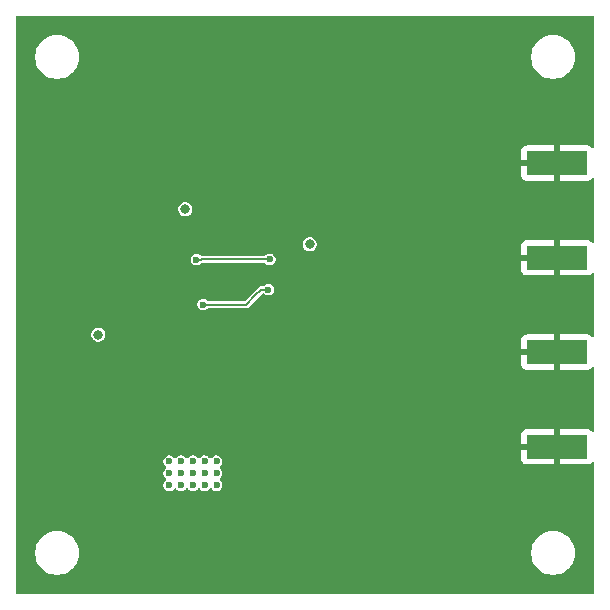
<source format=gbl>
G04 #@! TF.GenerationSoftware,KiCad,Pcbnew,9.0.1*
G04 #@! TF.CreationDate,2025-06-27T23:51:54+02:00*
G04 #@! TF.ProjectId,NPI,4e50492e-6b69-4636-9164-5f7063625858,rev?*
G04 #@! TF.SameCoordinates,Original*
G04 #@! TF.FileFunction,Copper,L6,Bot*
G04 #@! TF.FilePolarity,Positive*
%FSLAX46Y46*%
G04 Gerber Fmt 4.6, Leading zero omitted, Abs format (unit mm)*
G04 Created by KiCad (PCBNEW 9.0.1) date 2025-06-27 23:51:54*
%MOMM*%
%LPD*%
G01*
G04 APERTURE LIST*
G04 #@! TA.AperFunction,SMDPad,CuDef*
%ADD10R,5.080000X2.000000*%
G04 #@! TD*
G04 #@! TA.AperFunction,ViaPad*
%ADD11C,0.600000*%
G04 #@! TD*
G04 #@! TA.AperFunction,ViaPad*
%ADD12C,0.800000*%
G04 #@! TD*
G04 #@! TA.AperFunction,Conductor*
%ADD13C,0.203200*%
G04 #@! TD*
G04 APERTURE END LIST*
D10*
X83337500Y-113000000D03*
X83337500Y-105000000D03*
X83337500Y-121000000D03*
X83337500Y-129000000D03*
D11*
X86000000Y-131000000D03*
X86000000Y-99000000D03*
X86000000Y-100000000D03*
X86000000Y-101000000D03*
X86000000Y-102000000D03*
X86000000Y-103000000D03*
X86000000Y-115000000D03*
X86000000Y-116000000D03*
X86000000Y-117000000D03*
X86000000Y-118000000D03*
X86000000Y-119000000D03*
X86000000Y-132000000D03*
X86000000Y-133000000D03*
X86000000Y-134000000D03*
X86000000Y-135000000D03*
X80000000Y-141000000D03*
X79000000Y-141000000D03*
X75000000Y-141000000D03*
X76000000Y-141000000D03*
X78000000Y-141000000D03*
X77000000Y-141000000D03*
X73000000Y-141000000D03*
X74000000Y-141000000D03*
X72000000Y-141000000D03*
X68000000Y-141000000D03*
X69000000Y-141000000D03*
X71000000Y-141000000D03*
X70000000Y-141000000D03*
X66000000Y-141000000D03*
X67000000Y-141000000D03*
X65000000Y-141000000D03*
X61000000Y-141000000D03*
X62000000Y-141000000D03*
X64000000Y-141000000D03*
X63000000Y-141000000D03*
X59000000Y-141000000D03*
X60000000Y-141000000D03*
X58000000Y-141000000D03*
X54000000Y-141000000D03*
X55000000Y-141000000D03*
X57000000Y-141000000D03*
X56000000Y-141000000D03*
X52000000Y-141000000D03*
X53000000Y-141000000D03*
X51000000Y-141000000D03*
X50000000Y-141000000D03*
X49000000Y-141000000D03*
X48000000Y-141000000D03*
X47000000Y-141000000D03*
X46000000Y-141000000D03*
X45000000Y-141000000D03*
X44000000Y-141000000D03*
X38000000Y-135000000D03*
X38000000Y-134000000D03*
X38000000Y-133000000D03*
X38000000Y-123000000D03*
X38000000Y-126000000D03*
X38000000Y-124000000D03*
X38000000Y-128000000D03*
X38000000Y-129000000D03*
X38000000Y-127000000D03*
X38000000Y-101000000D03*
X38000000Y-125000000D03*
X38000000Y-132000000D03*
X38000000Y-104000000D03*
X38000000Y-99000000D03*
X38000000Y-100000000D03*
X38000000Y-102000000D03*
X38000000Y-131000000D03*
X38000000Y-122000000D03*
X38000000Y-130000000D03*
X38000000Y-103000000D03*
X38000000Y-112000000D03*
X38000000Y-115000000D03*
X38000000Y-111000000D03*
X38000000Y-113000000D03*
X38000000Y-114000000D03*
X38000000Y-121000000D03*
X38000000Y-106000000D03*
X38000000Y-120000000D03*
X38000000Y-118000000D03*
X38000000Y-110000000D03*
X38000000Y-108000000D03*
X38000000Y-109000000D03*
X38000000Y-107000000D03*
X38000000Y-105000000D03*
X38000000Y-116000000D03*
X38000000Y-117000000D03*
X38000000Y-119000000D03*
X44000000Y-93000000D03*
X45000000Y-93000000D03*
X46000000Y-93000000D03*
X56000000Y-93000000D03*
X53000000Y-93000000D03*
X57000000Y-93000000D03*
X55000000Y-93000000D03*
X54000000Y-93000000D03*
X51000000Y-93000000D03*
X47000000Y-93000000D03*
X49000000Y-93000000D03*
X48000000Y-93000000D03*
X50000000Y-93000000D03*
X52000000Y-93000000D03*
X67000000Y-93000000D03*
X64000000Y-93000000D03*
X68000000Y-93000000D03*
X66000000Y-93000000D03*
X65000000Y-93000000D03*
X62000000Y-93000000D03*
X58000000Y-93000000D03*
X60000000Y-93000000D03*
X59000000Y-93000000D03*
X61000000Y-93000000D03*
X63000000Y-93000000D03*
X69000000Y-93000000D03*
X71000000Y-93000000D03*
X70000000Y-93000000D03*
X72000000Y-93000000D03*
X74000000Y-93000000D03*
X73000000Y-93000000D03*
X75000000Y-93000000D03*
X77000000Y-93000000D03*
X76000000Y-93000000D03*
X78000000Y-93000000D03*
X79000000Y-93000000D03*
X80000000Y-93000000D03*
D12*
X51850000Y-108900000D03*
X62400000Y-111875000D03*
X44500000Y-119525000D03*
D11*
X79500000Y-127000000D03*
X79500000Y-128000000D03*
X78500000Y-128000000D03*
X77500000Y-128000000D03*
X76500000Y-128000000D03*
X75500000Y-128000000D03*
X74500000Y-128000000D03*
X73500000Y-128000000D03*
X72500000Y-128000000D03*
X71500000Y-128000000D03*
X70500000Y-128000000D03*
X70500000Y-127000000D03*
X70500000Y-126000000D03*
X70500000Y-125000000D03*
X70500000Y-124000000D03*
X70500000Y-123000000D03*
X69500000Y-123000000D03*
X68500000Y-123000000D03*
X63500000Y-123000000D03*
X67500000Y-123000000D03*
X66500000Y-123000000D03*
X65500000Y-123000000D03*
X64500000Y-123000000D03*
X63500000Y-122000000D03*
X63500000Y-121000000D03*
X63500000Y-120000000D03*
X63500000Y-119000000D03*
X79500000Y-123000000D03*
X79500000Y-122000000D03*
X79500000Y-121000000D03*
X79500000Y-120000000D03*
X79500000Y-119000000D03*
X79500000Y-118000000D03*
X79500000Y-117000000D03*
X79500000Y-116000000D03*
X79500000Y-115000000D03*
X79500000Y-114000000D03*
X79500000Y-113000000D03*
X79500000Y-112000000D03*
X79500000Y-111000000D03*
X79500000Y-106500000D03*
X79500000Y-105500000D03*
X78500000Y-105500000D03*
X77500000Y-105500000D03*
X76500000Y-105500000D03*
X75500000Y-105500000D03*
X74500000Y-105500000D03*
X73500000Y-105500000D03*
X72500000Y-105500000D03*
X71500000Y-105500000D03*
X70500000Y-105500000D03*
X69500000Y-105500000D03*
X68500000Y-105500000D03*
X67500000Y-105500000D03*
X66500000Y-105500000D03*
X65500000Y-105500000D03*
X64500000Y-105500000D03*
X63500000Y-106000000D03*
X63500000Y-107000000D03*
X63500000Y-108000000D03*
X63500000Y-109000000D03*
X63500000Y-110000000D03*
X63500000Y-111000000D03*
X63500000Y-112000000D03*
X63500000Y-113000000D03*
X59000000Y-113150000D03*
X52800000Y-113160000D03*
X58900000Y-115700000D03*
X53370000Y-116970000D03*
X54500000Y-132250000D03*
X53500000Y-132250000D03*
X52500000Y-132250000D03*
X51500000Y-132250000D03*
X50500000Y-132250000D03*
X50500000Y-131250000D03*
X51500000Y-131250000D03*
X52500000Y-131250000D03*
X53500000Y-131250000D03*
X54500000Y-131250000D03*
X54500000Y-130250000D03*
X53500000Y-130250000D03*
X52500000Y-130250000D03*
X51500000Y-130250000D03*
X50500000Y-130250000D03*
D13*
X53170000Y-113150000D02*
X59000000Y-113150000D01*
X53160000Y-113160000D02*
X53170000Y-113150000D01*
X52800000Y-113160000D02*
X53160000Y-113160000D01*
X58300000Y-115700000D02*
X58900000Y-115700000D01*
X57800000Y-116200000D02*
X58300000Y-115700000D01*
X57030000Y-116970000D02*
X57800000Y-116200000D01*
X53370000Y-116970000D02*
X57030000Y-116970000D01*
G04 #@! TA.AperFunction,Conductor*
G36*
X86442539Y-92520185D02*
G01*
X86488294Y-92572989D01*
X86499500Y-92624500D01*
X86499500Y-103623996D01*
X86479815Y-103691035D01*
X86427011Y-103736790D01*
X86357853Y-103746734D01*
X86294297Y-103717709D01*
X86276234Y-103698307D01*
X86234690Y-103642812D01*
X86234687Y-103642809D01*
X86119593Y-103556649D01*
X86119586Y-103556645D01*
X85984879Y-103506403D01*
X85984872Y-103506401D01*
X85925344Y-103500000D01*
X83587500Y-103500000D01*
X83587500Y-106500000D01*
X85925328Y-106500000D01*
X85925344Y-106499999D01*
X85984872Y-106493598D01*
X85984879Y-106493596D01*
X86119586Y-106443354D01*
X86119593Y-106443350D01*
X86234686Y-106357191D01*
X86276233Y-106301692D01*
X86332167Y-106259821D01*
X86401858Y-106254837D01*
X86463181Y-106288322D01*
X86496666Y-106349645D01*
X86499500Y-106376003D01*
X86499500Y-111623996D01*
X86479815Y-111691035D01*
X86427011Y-111736790D01*
X86357853Y-111746734D01*
X86294297Y-111717709D01*
X86276234Y-111698307D01*
X86234690Y-111642812D01*
X86234687Y-111642809D01*
X86119593Y-111556649D01*
X86119586Y-111556645D01*
X85984879Y-111506403D01*
X85984872Y-111506401D01*
X85925344Y-111500000D01*
X83587500Y-111500000D01*
X83587500Y-114500000D01*
X85925328Y-114500000D01*
X85925344Y-114499999D01*
X85984872Y-114493598D01*
X85984879Y-114493596D01*
X86119586Y-114443354D01*
X86119593Y-114443350D01*
X86234686Y-114357191D01*
X86276233Y-114301692D01*
X86332167Y-114259821D01*
X86401858Y-114254837D01*
X86463181Y-114288322D01*
X86496666Y-114349645D01*
X86499500Y-114376003D01*
X86499500Y-119623996D01*
X86479815Y-119691035D01*
X86427011Y-119736790D01*
X86357853Y-119746734D01*
X86294297Y-119717709D01*
X86276234Y-119698307D01*
X86234690Y-119642812D01*
X86234687Y-119642809D01*
X86119593Y-119556649D01*
X86119586Y-119556645D01*
X85984879Y-119506403D01*
X85984872Y-119506401D01*
X85925344Y-119500000D01*
X83587500Y-119500000D01*
X83587500Y-122500000D01*
X85925328Y-122500000D01*
X85925344Y-122499999D01*
X85984872Y-122493598D01*
X85984879Y-122493596D01*
X86119586Y-122443354D01*
X86119593Y-122443350D01*
X86234686Y-122357191D01*
X86276233Y-122301692D01*
X86332167Y-122259821D01*
X86401858Y-122254837D01*
X86463181Y-122288322D01*
X86496666Y-122349645D01*
X86499500Y-122376003D01*
X86499500Y-127623996D01*
X86479815Y-127691035D01*
X86427011Y-127736790D01*
X86357853Y-127746734D01*
X86294297Y-127717709D01*
X86276234Y-127698307D01*
X86234690Y-127642812D01*
X86234687Y-127642809D01*
X86119593Y-127556649D01*
X86119586Y-127556645D01*
X85984879Y-127506403D01*
X85984872Y-127506401D01*
X85925344Y-127500000D01*
X83587500Y-127500000D01*
X83587500Y-130500000D01*
X85925328Y-130500000D01*
X85925344Y-130499999D01*
X85984872Y-130493598D01*
X85984879Y-130493596D01*
X86119586Y-130443354D01*
X86119593Y-130443350D01*
X86234686Y-130357191D01*
X86276233Y-130301692D01*
X86332167Y-130259821D01*
X86401858Y-130254837D01*
X86463181Y-130288322D01*
X86496666Y-130349645D01*
X86499500Y-130376003D01*
X86499500Y-141375500D01*
X86479815Y-141442539D01*
X86427011Y-141488294D01*
X86375500Y-141499500D01*
X37624500Y-141499500D01*
X37557461Y-141479815D01*
X37511706Y-141427011D01*
X37500500Y-141375500D01*
X37500500Y-137878711D01*
X39149500Y-137878711D01*
X39149500Y-138121288D01*
X39181161Y-138361785D01*
X39243947Y-138596104D01*
X39336773Y-138820205D01*
X39336776Y-138820212D01*
X39458064Y-139030289D01*
X39458066Y-139030292D01*
X39458067Y-139030293D01*
X39605733Y-139222736D01*
X39605739Y-139222743D01*
X39777256Y-139394260D01*
X39777262Y-139394265D01*
X39969711Y-139541936D01*
X40179788Y-139663224D01*
X40403900Y-139756054D01*
X40638211Y-139818838D01*
X40818586Y-139842584D01*
X40878711Y-139850500D01*
X40878712Y-139850500D01*
X41121289Y-139850500D01*
X41169388Y-139844167D01*
X41361789Y-139818838D01*
X41596100Y-139756054D01*
X41820212Y-139663224D01*
X42030289Y-139541936D01*
X42222738Y-139394265D01*
X42394265Y-139222738D01*
X42541936Y-139030289D01*
X42663224Y-138820212D01*
X42756054Y-138596100D01*
X42818838Y-138361789D01*
X42850500Y-138121288D01*
X42850500Y-137878712D01*
X42850500Y-137878711D01*
X81149500Y-137878711D01*
X81149500Y-138121288D01*
X81181161Y-138361785D01*
X81243947Y-138596104D01*
X81336773Y-138820205D01*
X81336776Y-138820212D01*
X81458064Y-139030289D01*
X81458066Y-139030292D01*
X81458067Y-139030293D01*
X81605733Y-139222736D01*
X81605739Y-139222743D01*
X81777256Y-139394260D01*
X81777262Y-139394265D01*
X81969711Y-139541936D01*
X82179788Y-139663224D01*
X82403900Y-139756054D01*
X82638211Y-139818838D01*
X82818586Y-139842584D01*
X82878711Y-139850500D01*
X82878712Y-139850500D01*
X83121289Y-139850500D01*
X83169388Y-139844167D01*
X83361789Y-139818838D01*
X83596100Y-139756054D01*
X83820212Y-139663224D01*
X84030289Y-139541936D01*
X84222738Y-139394265D01*
X84394265Y-139222738D01*
X84541936Y-139030289D01*
X84663224Y-138820212D01*
X84756054Y-138596100D01*
X84818838Y-138361789D01*
X84850500Y-138121288D01*
X84850500Y-137878712D01*
X84818838Y-137638211D01*
X84756054Y-137403900D01*
X84663224Y-137179788D01*
X84541936Y-136969711D01*
X84394265Y-136777262D01*
X84394260Y-136777256D01*
X84222743Y-136605739D01*
X84222736Y-136605733D01*
X84030293Y-136458067D01*
X84030292Y-136458066D01*
X84030289Y-136458064D01*
X83820212Y-136336776D01*
X83820205Y-136336773D01*
X83596104Y-136243947D01*
X83361785Y-136181161D01*
X83121289Y-136149500D01*
X83121288Y-136149500D01*
X82878712Y-136149500D01*
X82878711Y-136149500D01*
X82638214Y-136181161D01*
X82403895Y-136243947D01*
X82179794Y-136336773D01*
X82179785Y-136336777D01*
X81969706Y-136458067D01*
X81777263Y-136605733D01*
X81777256Y-136605739D01*
X81605739Y-136777256D01*
X81605733Y-136777263D01*
X81458067Y-136969706D01*
X81336777Y-137179785D01*
X81336773Y-137179794D01*
X81243947Y-137403895D01*
X81181161Y-137638214D01*
X81149500Y-137878711D01*
X42850500Y-137878711D01*
X42818838Y-137638211D01*
X42756054Y-137403900D01*
X42663224Y-137179788D01*
X42541936Y-136969711D01*
X42394265Y-136777262D01*
X42394260Y-136777256D01*
X42222743Y-136605739D01*
X42222736Y-136605733D01*
X42030293Y-136458067D01*
X42030292Y-136458066D01*
X42030289Y-136458064D01*
X41820212Y-136336776D01*
X41820205Y-136336773D01*
X41596104Y-136243947D01*
X41361785Y-136181161D01*
X41121289Y-136149500D01*
X41121288Y-136149500D01*
X40878712Y-136149500D01*
X40878711Y-136149500D01*
X40638214Y-136181161D01*
X40403895Y-136243947D01*
X40179794Y-136336773D01*
X40179785Y-136336777D01*
X39969706Y-136458067D01*
X39777263Y-136605733D01*
X39777256Y-136605739D01*
X39605739Y-136777256D01*
X39605733Y-136777263D01*
X39458067Y-136969706D01*
X39336777Y-137179785D01*
X39336773Y-137179794D01*
X39243947Y-137403895D01*
X39181161Y-137638214D01*
X39149500Y-137878711D01*
X37500500Y-137878711D01*
X37500500Y-130184108D01*
X49999500Y-130184108D01*
X49999500Y-130315891D01*
X50033608Y-130443187D01*
X50062712Y-130493596D01*
X50099500Y-130557314D01*
X50099502Y-130557316D01*
X50192687Y-130650501D01*
X50194158Y-130651630D01*
X50195083Y-130652897D01*
X50198433Y-130656247D01*
X50197910Y-130656769D01*
X50235356Y-130708060D01*
X50239506Y-130777807D01*
X50205289Y-130838725D01*
X50194158Y-130848370D01*
X50192687Y-130849498D01*
X50099502Y-130942683D01*
X50099500Y-130942686D01*
X50033608Y-131056812D01*
X49999500Y-131184108D01*
X49999500Y-131315891D01*
X50033608Y-131443187D01*
X50066554Y-131500250D01*
X50099500Y-131557314D01*
X50099502Y-131557316D01*
X50192687Y-131650501D01*
X50194158Y-131651630D01*
X50195083Y-131652897D01*
X50198433Y-131656247D01*
X50197910Y-131656769D01*
X50235356Y-131708060D01*
X50239506Y-131777807D01*
X50205289Y-131838725D01*
X50194158Y-131848370D01*
X50192687Y-131849498D01*
X50099502Y-131942683D01*
X50099500Y-131942686D01*
X50033608Y-132056812D01*
X49999500Y-132184108D01*
X49999500Y-132315891D01*
X50033608Y-132443187D01*
X50066554Y-132500250D01*
X50099500Y-132557314D01*
X50192686Y-132650500D01*
X50306814Y-132716392D01*
X50434108Y-132750500D01*
X50434110Y-132750500D01*
X50565890Y-132750500D01*
X50565892Y-132750500D01*
X50693186Y-132716392D01*
X50807314Y-132650500D01*
X50900500Y-132557314D01*
X50900504Y-132557306D01*
X50901625Y-132555847D01*
X50902892Y-132554921D01*
X50906247Y-132551567D01*
X50906770Y-132552090D01*
X50958053Y-132514645D01*
X51027799Y-132510491D01*
X51088719Y-132544704D01*
X51098375Y-132555847D01*
X51099498Y-132557311D01*
X51099500Y-132557314D01*
X51192686Y-132650500D01*
X51306814Y-132716392D01*
X51434108Y-132750500D01*
X51434110Y-132750500D01*
X51565890Y-132750500D01*
X51565892Y-132750500D01*
X51693186Y-132716392D01*
X51807314Y-132650500D01*
X51900500Y-132557314D01*
X51900504Y-132557306D01*
X51901625Y-132555847D01*
X51902892Y-132554921D01*
X51906247Y-132551567D01*
X51906770Y-132552090D01*
X51958053Y-132514645D01*
X52027799Y-132510491D01*
X52088719Y-132544704D01*
X52098375Y-132555847D01*
X52099498Y-132557311D01*
X52099500Y-132557314D01*
X52192686Y-132650500D01*
X52306814Y-132716392D01*
X52434108Y-132750500D01*
X52434110Y-132750500D01*
X52565890Y-132750500D01*
X52565892Y-132750500D01*
X52693186Y-132716392D01*
X52807314Y-132650500D01*
X52900500Y-132557314D01*
X52900504Y-132557306D01*
X52901625Y-132555847D01*
X52902892Y-132554921D01*
X52906247Y-132551567D01*
X52906770Y-132552090D01*
X52958053Y-132514645D01*
X53027799Y-132510491D01*
X53088719Y-132544704D01*
X53098375Y-132555847D01*
X53099498Y-132557311D01*
X53099500Y-132557314D01*
X53192686Y-132650500D01*
X53306814Y-132716392D01*
X53434108Y-132750500D01*
X53434110Y-132750500D01*
X53565890Y-132750500D01*
X53565892Y-132750500D01*
X53693186Y-132716392D01*
X53807314Y-132650500D01*
X53900500Y-132557314D01*
X53900504Y-132557306D01*
X53901625Y-132555847D01*
X53902892Y-132554921D01*
X53906247Y-132551567D01*
X53906770Y-132552090D01*
X53958053Y-132514645D01*
X54027799Y-132510491D01*
X54088719Y-132544704D01*
X54098375Y-132555847D01*
X54099498Y-132557311D01*
X54099500Y-132557314D01*
X54192686Y-132650500D01*
X54306814Y-132716392D01*
X54434108Y-132750500D01*
X54434110Y-132750500D01*
X54565890Y-132750500D01*
X54565892Y-132750500D01*
X54693186Y-132716392D01*
X54807314Y-132650500D01*
X54900500Y-132557314D01*
X54966392Y-132443186D01*
X55000500Y-132315892D01*
X55000500Y-132184108D01*
X54966392Y-132056814D01*
X54900500Y-131942686D01*
X54807314Y-131849500D01*
X54807311Y-131849498D01*
X54805847Y-131848375D01*
X54804921Y-131847107D01*
X54801567Y-131843753D01*
X54802090Y-131843229D01*
X54764645Y-131791947D01*
X54760491Y-131722201D01*
X54794704Y-131661281D01*
X54805847Y-131651625D01*
X54807306Y-131650504D01*
X54807314Y-131650500D01*
X54900500Y-131557314D01*
X54966392Y-131443186D01*
X55000500Y-131315892D01*
X55000500Y-131184108D01*
X54966392Y-131056814D01*
X54900500Y-130942686D01*
X54807314Y-130849500D01*
X54807311Y-130849498D01*
X54805847Y-130848375D01*
X54804921Y-130847107D01*
X54801567Y-130843753D01*
X54802090Y-130843229D01*
X54764645Y-130791947D01*
X54760491Y-130722201D01*
X54794704Y-130661281D01*
X54805847Y-130651625D01*
X54807306Y-130650504D01*
X54807314Y-130650500D01*
X54900500Y-130557314D01*
X54966392Y-130443186D01*
X55000500Y-130315892D01*
X55000500Y-130184108D01*
X54966392Y-130056814D01*
X54961213Y-130047844D01*
X80297500Y-130047844D01*
X80303901Y-130107372D01*
X80303903Y-130107379D01*
X80354145Y-130242086D01*
X80354149Y-130242093D01*
X80440309Y-130357187D01*
X80440312Y-130357190D01*
X80555406Y-130443350D01*
X80555413Y-130443354D01*
X80690120Y-130493596D01*
X80690127Y-130493598D01*
X80749655Y-130499999D01*
X80749672Y-130500000D01*
X83087500Y-130500000D01*
X83087500Y-129250000D01*
X80297500Y-129250000D01*
X80297500Y-130047844D01*
X54961213Y-130047844D01*
X54900500Y-129942686D01*
X54807314Y-129849500D01*
X54750250Y-129816554D01*
X54693187Y-129783608D01*
X54629539Y-129766554D01*
X54565892Y-129749500D01*
X54434108Y-129749500D01*
X54306812Y-129783608D01*
X54192686Y-129849500D01*
X54192683Y-129849502D01*
X54099498Y-129942687D01*
X54098370Y-129944158D01*
X54097102Y-129945083D01*
X54093753Y-129948433D01*
X54093230Y-129947910D01*
X54041940Y-129985356D01*
X53972193Y-129989506D01*
X53911275Y-129955289D01*
X53901630Y-129944158D01*
X53900501Y-129942687D01*
X53807316Y-129849502D01*
X53807314Y-129849500D01*
X53750250Y-129816554D01*
X53693187Y-129783608D01*
X53629539Y-129766554D01*
X53565892Y-129749500D01*
X53434108Y-129749500D01*
X53306812Y-129783608D01*
X53192686Y-129849500D01*
X53192683Y-129849502D01*
X53099498Y-129942687D01*
X53098370Y-129944158D01*
X53097102Y-129945083D01*
X53093753Y-129948433D01*
X53093230Y-129947910D01*
X53041940Y-129985356D01*
X52972193Y-129989506D01*
X52911275Y-129955289D01*
X52901630Y-129944158D01*
X52900501Y-129942687D01*
X52807316Y-129849502D01*
X52807314Y-129849500D01*
X52750250Y-129816554D01*
X52693187Y-129783608D01*
X52629539Y-129766554D01*
X52565892Y-129749500D01*
X52434108Y-129749500D01*
X52306812Y-129783608D01*
X52192686Y-129849500D01*
X52192683Y-129849502D01*
X52099498Y-129942687D01*
X52098370Y-129944158D01*
X52097102Y-129945083D01*
X52093753Y-129948433D01*
X52093230Y-129947910D01*
X52041940Y-129985356D01*
X51972193Y-129989506D01*
X51911275Y-129955289D01*
X51901630Y-129944158D01*
X51900501Y-129942687D01*
X51807316Y-129849502D01*
X51807314Y-129849500D01*
X51750250Y-129816554D01*
X51693187Y-129783608D01*
X51629539Y-129766554D01*
X51565892Y-129749500D01*
X51434108Y-129749500D01*
X51306812Y-129783608D01*
X51192686Y-129849500D01*
X51192683Y-129849502D01*
X51099498Y-129942687D01*
X51098370Y-129944158D01*
X51097102Y-129945083D01*
X51093753Y-129948433D01*
X51093230Y-129947910D01*
X51041940Y-129985356D01*
X50972193Y-129989506D01*
X50911275Y-129955289D01*
X50901630Y-129944158D01*
X50900501Y-129942687D01*
X50807316Y-129849502D01*
X50807314Y-129849500D01*
X50750250Y-129816554D01*
X50693187Y-129783608D01*
X50629539Y-129766554D01*
X50565892Y-129749500D01*
X50434108Y-129749500D01*
X50306812Y-129783608D01*
X50192686Y-129849500D01*
X50192683Y-129849502D01*
X50099502Y-129942683D01*
X50099500Y-129942686D01*
X50033608Y-130056812D01*
X49999500Y-130184108D01*
X37500500Y-130184108D01*
X37500500Y-127952155D01*
X80297500Y-127952155D01*
X80297500Y-128750000D01*
X83087500Y-128750000D01*
X83087500Y-127500000D01*
X80749655Y-127500000D01*
X80690127Y-127506401D01*
X80690120Y-127506403D01*
X80555413Y-127556645D01*
X80555406Y-127556649D01*
X80440312Y-127642809D01*
X80440309Y-127642812D01*
X80354149Y-127757906D01*
X80354145Y-127757913D01*
X80303903Y-127892620D01*
X80303901Y-127892627D01*
X80297500Y-127952155D01*
X37500500Y-127952155D01*
X37500500Y-122047844D01*
X80297500Y-122047844D01*
X80303901Y-122107372D01*
X80303903Y-122107379D01*
X80354145Y-122242086D01*
X80354149Y-122242093D01*
X80440309Y-122357187D01*
X80440312Y-122357190D01*
X80555406Y-122443350D01*
X80555413Y-122443354D01*
X80690120Y-122493596D01*
X80690127Y-122493598D01*
X80749655Y-122499999D01*
X80749672Y-122500000D01*
X83087500Y-122500000D01*
X83087500Y-121250000D01*
X80297500Y-121250000D01*
X80297500Y-122047844D01*
X37500500Y-122047844D01*
X37500500Y-119445943D01*
X43899500Y-119445943D01*
X43899500Y-119604057D01*
X43909885Y-119642812D01*
X43940423Y-119756783D01*
X43940426Y-119756790D01*
X44019475Y-119893709D01*
X44019479Y-119893714D01*
X44019480Y-119893716D01*
X44131284Y-120005520D01*
X44131286Y-120005521D01*
X44131290Y-120005524D01*
X44268209Y-120084573D01*
X44268216Y-120084577D01*
X44420943Y-120125500D01*
X44420945Y-120125500D01*
X44579055Y-120125500D01*
X44579057Y-120125500D01*
X44731784Y-120084577D01*
X44868716Y-120005520D01*
X44922081Y-119952155D01*
X80297500Y-119952155D01*
X80297500Y-120750000D01*
X83087500Y-120750000D01*
X83087500Y-119500000D01*
X80749655Y-119500000D01*
X80690127Y-119506401D01*
X80690120Y-119506403D01*
X80555413Y-119556645D01*
X80555406Y-119556649D01*
X80440312Y-119642809D01*
X80440309Y-119642812D01*
X80354149Y-119757906D01*
X80354145Y-119757913D01*
X80303903Y-119892620D01*
X80303901Y-119892627D01*
X80297500Y-119952155D01*
X44922081Y-119952155D01*
X44980520Y-119893716D01*
X45059577Y-119756784D01*
X45100500Y-119604057D01*
X45100500Y-119445943D01*
X45059577Y-119293216D01*
X45059573Y-119293209D01*
X44980524Y-119156290D01*
X44980518Y-119156282D01*
X44868717Y-119044481D01*
X44868709Y-119044475D01*
X44731790Y-118965426D01*
X44731786Y-118965424D01*
X44731784Y-118965423D01*
X44579057Y-118924500D01*
X44420943Y-118924500D01*
X44268216Y-118965423D01*
X44268209Y-118965426D01*
X44131290Y-119044475D01*
X44131282Y-119044481D01*
X44019481Y-119156282D01*
X44019475Y-119156290D01*
X43940426Y-119293209D01*
X43940423Y-119293216D01*
X43899500Y-119445943D01*
X37500500Y-119445943D01*
X37500500Y-116904108D01*
X52869500Y-116904108D01*
X52869500Y-117035891D01*
X52903608Y-117163187D01*
X52931641Y-117211740D01*
X52969500Y-117277314D01*
X53062686Y-117370500D01*
X53176814Y-117436392D01*
X53304108Y-117470500D01*
X53304110Y-117470500D01*
X53435890Y-117470500D01*
X53435892Y-117470500D01*
X53563186Y-117436392D01*
X53677314Y-117370500D01*
X53739395Y-117308419D01*
X53800718Y-117274934D01*
X53827076Y-117272100D01*
X57069769Y-117272100D01*
X57069772Y-117272100D01*
X57092602Y-117265982D01*
X57146605Y-117251514D01*
X57146607Y-117251513D01*
X57215494Y-117211740D01*
X58041740Y-116385494D01*
X58372029Y-116055205D01*
X58433352Y-116021720D01*
X58503044Y-116026704D01*
X58547391Y-116055205D01*
X58592686Y-116100500D01*
X58706814Y-116166392D01*
X58834108Y-116200500D01*
X58834110Y-116200500D01*
X58965890Y-116200500D01*
X58965892Y-116200500D01*
X59093186Y-116166392D01*
X59207314Y-116100500D01*
X59300500Y-116007314D01*
X59366392Y-115893186D01*
X59400500Y-115765892D01*
X59400500Y-115634108D01*
X59366392Y-115506814D01*
X59300500Y-115392686D01*
X59207314Y-115299500D01*
X59150250Y-115266554D01*
X59093187Y-115233608D01*
X59029539Y-115216554D01*
X58965892Y-115199500D01*
X58834108Y-115199500D01*
X58706812Y-115233608D01*
X58592686Y-115299500D01*
X58592683Y-115299502D01*
X58530605Y-115361581D01*
X58469282Y-115395066D01*
X58442924Y-115397900D01*
X58260224Y-115397900D01*
X58183394Y-115418485D01*
X58114503Y-115458261D01*
X57614506Y-115958260D01*
X56941185Y-116631581D01*
X56879862Y-116665066D01*
X56853504Y-116667900D01*
X53827076Y-116667900D01*
X53760037Y-116648215D01*
X53739395Y-116631581D01*
X53677316Y-116569502D01*
X53677314Y-116569500D01*
X53620250Y-116536554D01*
X53563187Y-116503608D01*
X53499539Y-116486554D01*
X53435892Y-116469500D01*
X53304108Y-116469500D01*
X53176812Y-116503608D01*
X53062686Y-116569500D01*
X53062683Y-116569502D01*
X52969502Y-116662683D01*
X52969500Y-116662686D01*
X52903608Y-116776812D01*
X52869500Y-116904108D01*
X37500500Y-116904108D01*
X37500500Y-114047844D01*
X80297500Y-114047844D01*
X80303901Y-114107372D01*
X80303903Y-114107379D01*
X80354145Y-114242086D01*
X80354149Y-114242093D01*
X80440309Y-114357187D01*
X80440312Y-114357190D01*
X80555406Y-114443350D01*
X80555413Y-114443354D01*
X80690120Y-114493596D01*
X80690127Y-114493598D01*
X80749655Y-114499999D01*
X80749672Y-114500000D01*
X83087500Y-114500000D01*
X83087500Y-113250000D01*
X80297500Y-113250000D01*
X80297500Y-114047844D01*
X37500500Y-114047844D01*
X37500500Y-113094108D01*
X52299500Y-113094108D01*
X52299500Y-113225891D01*
X52333608Y-113353187D01*
X52366554Y-113410250D01*
X52399500Y-113467314D01*
X52492686Y-113560500D01*
X52606814Y-113626392D01*
X52734108Y-113660500D01*
X52734110Y-113660500D01*
X52865890Y-113660500D01*
X52865892Y-113660500D01*
X52993186Y-113626392D01*
X53107314Y-113560500D01*
X53179395Y-113488419D01*
X53240718Y-113454934D01*
X53267076Y-113452100D01*
X58542924Y-113452100D01*
X58609963Y-113471785D01*
X58630605Y-113488419D01*
X58692686Y-113550500D01*
X58806814Y-113616392D01*
X58934108Y-113650500D01*
X58934110Y-113650500D01*
X59065890Y-113650500D01*
X59065892Y-113650500D01*
X59193186Y-113616392D01*
X59307314Y-113550500D01*
X59400500Y-113457314D01*
X59466392Y-113343186D01*
X59500500Y-113215892D01*
X59500500Y-113084108D01*
X59466392Y-112956814D01*
X59400500Y-112842686D01*
X59307314Y-112749500D01*
X59250250Y-112716554D01*
X59193187Y-112683608D01*
X59129539Y-112666554D01*
X59065892Y-112649500D01*
X58934108Y-112649500D01*
X58806812Y-112683608D01*
X58692686Y-112749500D01*
X58692683Y-112749502D01*
X58630605Y-112811581D01*
X58569282Y-112845066D01*
X58542924Y-112847900D01*
X53247076Y-112847900D01*
X53180037Y-112828215D01*
X53159395Y-112811581D01*
X53107316Y-112759502D01*
X53107314Y-112759500D01*
X53050250Y-112726554D01*
X52993187Y-112693608D01*
X52929539Y-112676554D01*
X52865892Y-112659500D01*
X52734108Y-112659500D01*
X52606812Y-112693608D01*
X52492686Y-112759500D01*
X52492683Y-112759502D01*
X52399502Y-112852683D01*
X52399500Y-112852686D01*
X52333608Y-112966812D01*
X52299500Y-113094108D01*
X37500500Y-113094108D01*
X37500500Y-111795943D01*
X61799500Y-111795943D01*
X61799500Y-111954056D01*
X61840423Y-112106783D01*
X61840426Y-112106790D01*
X61919475Y-112243709D01*
X61919479Y-112243714D01*
X61919480Y-112243716D01*
X62031284Y-112355520D01*
X62031286Y-112355521D01*
X62031290Y-112355524D01*
X62168209Y-112434573D01*
X62168216Y-112434577D01*
X62320943Y-112475500D01*
X62320945Y-112475500D01*
X62479055Y-112475500D01*
X62479057Y-112475500D01*
X62631784Y-112434577D01*
X62768716Y-112355520D01*
X62880520Y-112243716D01*
X62959577Y-112106784D01*
X63000500Y-111954057D01*
X63000500Y-111952155D01*
X80297500Y-111952155D01*
X80297500Y-112750000D01*
X83087500Y-112750000D01*
X83087500Y-111500000D01*
X80749655Y-111500000D01*
X80690127Y-111506401D01*
X80690120Y-111506403D01*
X80555413Y-111556645D01*
X80555406Y-111556649D01*
X80440312Y-111642809D01*
X80440309Y-111642812D01*
X80354149Y-111757906D01*
X80354145Y-111757913D01*
X80303903Y-111892620D01*
X80303901Y-111892627D01*
X80297500Y-111952155D01*
X63000500Y-111952155D01*
X63000500Y-111795943D01*
X62959577Y-111643216D01*
X62959342Y-111642809D01*
X62880524Y-111506290D01*
X62880518Y-111506282D01*
X62768717Y-111394481D01*
X62768709Y-111394475D01*
X62631790Y-111315426D01*
X62631786Y-111315424D01*
X62631784Y-111315423D01*
X62479057Y-111274500D01*
X62320943Y-111274500D01*
X62168216Y-111315423D01*
X62168209Y-111315426D01*
X62031290Y-111394475D01*
X62031282Y-111394481D01*
X61919481Y-111506282D01*
X61919475Y-111506290D01*
X61840426Y-111643209D01*
X61840423Y-111643216D01*
X61799500Y-111795943D01*
X37500500Y-111795943D01*
X37500500Y-108820943D01*
X51249500Y-108820943D01*
X51249500Y-108979056D01*
X51290423Y-109131783D01*
X51290426Y-109131790D01*
X51369475Y-109268709D01*
X51369479Y-109268714D01*
X51369480Y-109268716D01*
X51481284Y-109380520D01*
X51481286Y-109380521D01*
X51481290Y-109380524D01*
X51618209Y-109459573D01*
X51618216Y-109459577D01*
X51770943Y-109500500D01*
X51770945Y-109500500D01*
X51929055Y-109500500D01*
X51929057Y-109500500D01*
X52081784Y-109459577D01*
X52218716Y-109380520D01*
X52330520Y-109268716D01*
X52409577Y-109131784D01*
X52450500Y-108979057D01*
X52450500Y-108820943D01*
X52409577Y-108668216D01*
X52409573Y-108668209D01*
X52330524Y-108531290D01*
X52330518Y-108531282D01*
X52218717Y-108419481D01*
X52218709Y-108419475D01*
X52081790Y-108340426D01*
X52081786Y-108340424D01*
X52081784Y-108340423D01*
X51929057Y-108299500D01*
X51770943Y-108299500D01*
X51618216Y-108340423D01*
X51618209Y-108340426D01*
X51481290Y-108419475D01*
X51481282Y-108419481D01*
X51369481Y-108531282D01*
X51369475Y-108531290D01*
X51290426Y-108668209D01*
X51290423Y-108668216D01*
X51249500Y-108820943D01*
X37500500Y-108820943D01*
X37500500Y-106047844D01*
X80297500Y-106047844D01*
X80303901Y-106107372D01*
X80303903Y-106107379D01*
X80354145Y-106242086D01*
X80354149Y-106242093D01*
X80440309Y-106357187D01*
X80440312Y-106357190D01*
X80555406Y-106443350D01*
X80555413Y-106443354D01*
X80690120Y-106493596D01*
X80690127Y-106493598D01*
X80749655Y-106499999D01*
X80749672Y-106500000D01*
X83087500Y-106500000D01*
X83087500Y-105250000D01*
X80297500Y-105250000D01*
X80297500Y-106047844D01*
X37500500Y-106047844D01*
X37500500Y-103952155D01*
X80297500Y-103952155D01*
X80297500Y-104750000D01*
X83087500Y-104750000D01*
X83087500Y-103500000D01*
X80749655Y-103500000D01*
X80690127Y-103506401D01*
X80690120Y-103506403D01*
X80555413Y-103556645D01*
X80555406Y-103556649D01*
X80440312Y-103642809D01*
X80440309Y-103642812D01*
X80354149Y-103757906D01*
X80354145Y-103757913D01*
X80303903Y-103892620D01*
X80303901Y-103892627D01*
X80297500Y-103952155D01*
X37500500Y-103952155D01*
X37500500Y-95878711D01*
X39149500Y-95878711D01*
X39149500Y-96121288D01*
X39181161Y-96361785D01*
X39243947Y-96596104D01*
X39336773Y-96820205D01*
X39336776Y-96820212D01*
X39458064Y-97030289D01*
X39458066Y-97030292D01*
X39458067Y-97030293D01*
X39605733Y-97222736D01*
X39605739Y-97222743D01*
X39777256Y-97394260D01*
X39777262Y-97394265D01*
X39969711Y-97541936D01*
X40179788Y-97663224D01*
X40403900Y-97756054D01*
X40638211Y-97818838D01*
X40818586Y-97842584D01*
X40878711Y-97850500D01*
X40878712Y-97850500D01*
X41121289Y-97850500D01*
X41169388Y-97844167D01*
X41361789Y-97818838D01*
X41596100Y-97756054D01*
X41820212Y-97663224D01*
X42030289Y-97541936D01*
X42222738Y-97394265D01*
X42394265Y-97222738D01*
X42541936Y-97030289D01*
X42663224Y-96820212D01*
X42756054Y-96596100D01*
X42818838Y-96361789D01*
X42850500Y-96121288D01*
X42850500Y-95878712D01*
X42850500Y-95878711D01*
X81149500Y-95878711D01*
X81149500Y-96121288D01*
X81181161Y-96361785D01*
X81243947Y-96596104D01*
X81336773Y-96820205D01*
X81336776Y-96820212D01*
X81458064Y-97030289D01*
X81458066Y-97030292D01*
X81458067Y-97030293D01*
X81605733Y-97222736D01*
X81605739Y-97222743D01*
X81777256Y-97394260D01*
X81777262Y-97394265D01*
X81969711Y-97541936D01*
X82179788Y-97663224D01*
X82403900Y-97756054D01*
X82638211Y-97818838D01*
X82818586Y-97842584D01*
X82878711Y-97850500D01*
X82878712Y-97850500D01*
X83121289Y-97850500D01*
X83169388Y-97844167D01*
X83361789Y-97818838D01*
X83596100Y-97756054D01*
X83820212Y-97663224D01*
X84030289Y-97541936D01*
X84222738Y-97394265D01*
X84394265Y-97222738D01*
X84541936Y-97030289D01*
X84663224Y-96820212D01*
X84756054Y-96596100D01*
X84818838Y-96361789D01*
X84850500Y-96121288D01*
X84850500Y-95878712D01*
X84818838Y-95638211D01*
X84756054Y-95403900D01*
X84663224Y-95179788D01*
X84541936Y-94969711D01*
X84394265Y-94777262D01*
X84394260Y-94777256D01*
X84222743Y-94605739D01*
X84222736Y-94605733D01*
X84030293Y-94458067D01*
X84030292Y-94458066D01*
X84030289Y-94458064D01*
X83820212Y-94336776D01*
X83820205Y-94336773D01*
X83596104Y-94243947D01*
X83361785Y-94181161D01*
X83121289Y-94149500D01*
X83121288Y-94149500D01*
X82878712Y-94149500D01*
X82878711Y-94149500D01*
X82638214Y-94181161D01*
X82403895Y-94243947D01*
X82179794Y-94336773D01*
X82179785Y-94336777D01*
X81969706Y-94458067D01*
X81777263Y-94605733D01*
X81777256Y-94605739D01*
X81605739Y-94777256D01*
X81605733Y-94777263D01*
X81458067Y-94969706D01*
X81336777Y-95179785D01*
X81336773Y-95179794D01*
X81243947Y-95403895D01*
X81181161Y-95638214D01*
X81149500Y-95878711D01*
X42850500Y-95878711D01*
X42818838Y-95638211D01*
X42756054Y-95403900D01*
X42663224Y-95179788D01*
X42541936Y-94969711D01*
X42394265Y-94777262D01*
X42394260Y-94777256D01*
X42222743Y-94605739D01*
X42222736Y-94605733D01*
X42030293Y-94458067D01*
X42030292Y-94458066D01*
X42030289Y-94458064D01*
X41820212Y-94336776D01*
X41820205Y-94336773D01*
X41596104Y-94243947D01*
X41361785Y-94181161D01*
X41121289Y-94149500D01*
X41121288Y-94149500D01*
X40878712Y-94149500D01*
X40878711Y-94149500D01*
X40638214Y-94181161D01*
X40403895Y-94243947D01*
X40179794Y-94336773D01*
X40179785Y-94336777D01*
X39969706Y-94458067D01*
X39777263Y-94605733D01*
X39777256Y-94605739D01*
X39605739Y-94777256D01*
X39605733Y-94777263D01*
X39458067Y-94969706D01*
X39336777Y-95179785D01*
X39336773Y-95179794D01*
X39243947Y-95403895D01*
X39181161Y-95638214D01*
X39149500Y-95878711D01*
X37500500Y-95878711D01*
X37500500Y-92624500D01*
X37520185Y-92557461D01*
X37572989Y-92511706D01*
X37624500Y-92500500D01*
X86375500Y-92500500D01*
X86442539Y-92520185D01*
G37*
G04 #@! TD.AperFunction*
M02*

</source>
